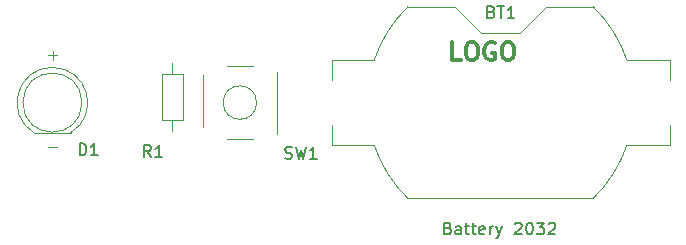
<source format=gbr>
%TF.GenerationSoftware,KiCad,Pcbnew,9.0.2-9.0.2-0~ubuntu24.04.1*%
%TF.CreationDate,2025-07-05T20:41:48+02:00*%
%TF.ProjectId,LED_torch,4c45445f-746f-4726-9368-2e6b69636164,0.1*%
%TF.SameCoordinates,Original*%
%TF.FileFunction,Legend,Top*%
%TF.FilePolarity,Positive*%
%FSLAX46Y46*%
G04 Gerber Fmt 4.6, Leading zero omitted, Abs format (unit mm)*
G04 Created by KiCad (PCBNEW 9.0.2-9.0.2-0~ubuntu24.04.1) date 2025-07-05 20:41:48*
%MOMM*%
%LPD*%
G01*
G04 APERTURE LIST*
%ADD10C,0.100000*%
%ADD11C,0.150000*%
%ADD12C,0.300000*%
%ADD13C,0.120000*%
%ADD14R,2.540000X3.510000*%
%ADD15R,1.800000X1.800000*%
%ADD16C,1.800000*%
%ADD17R,1.700000X1.700000*%
%ADD18C,1.700000*%
%ADD19C,1.400000*%
G04 APERTURE END LIST*
D10*
X58689837Y-140791466D02*
X59451742Y-140791466D01*
X58689837Y-132991466D02*
X59451742Y-132991466D01*
X59070789Y-133372419D02*
X59070789Y-132610514D01*
D11*
X96214285Y-129311009D02*
X96357142Y-129358628D01*
X96357142Y-129358628D02*
X96404761Y-129406247D01*
X96404761Y-129406247D02*
X96452380Y-129501485D01*
X96452380Y-129501485D02*
X96452380Y-129644342D01*
X96452380Y-129644342D02*
X96404761Y-129739580D01*
X96404761Y-129739580D02*
X96357142Y-129787200D01*
X96357142Y-129787200D02*
X96261904Y-129834819D01*
X96261904Y-129834819D02*
X95880952Y-129834819D01*
X95880952Y-129834819D02*
X95880952Y-128834819D01*
X95880952Y-128834819D02*
X96214285Y-128834819D01*
X96214285Y-128834819D02*
X96309523Y-128882438D01*
X96309523Y-128882438D02*
X96357142Y-128930057D01*
X96357142Y-128930057D02*
X96404761Y-129025295D01*
X96404761Y-129025295D02*
X96404761Y-129120533D01*
X96404761Y-129120533D02*
X96357142Y-129215771D01*
X96357142Y-129215771D02*
X96309523Y-129263390D01*
X96309523Y-129263390D02*
X96214285Y-129311009D01*
X96214285Y-129311009D02*
X95880952Y-129311009D01*
X96738095Y-128834819D02*
X97309523Y-128834819D01*
X97023809Y-129834819D02*
X97023809Y-128834819D01*
X98166666Y-129834819D02*
X97595238Y-129834819D01*
X97880952Y-129834819D02*
X97880952Y-128834819D01*
X97880952Y-128834819D02*
X97785714Y-128977676D01*
X97785714Y-128977676D02*
X97690476Y-129072914D01*
X97690476Y-129072914D02*
X97595238Y-129120533D01*
X92542856Y-147631009D02*
X92685713Y-147678628D01*
X92685713Y-147678628D02*
X92733332Y-147726247D01*
X92733332Y-147726247D02*
X92780951Y-147821485D01*
X92780951Y-147821485D02*
X92780951Y-147964342D01*
X92780951Y-147964342D02*
X92733332Y-148059580D01*
X92733332Y-148059580D02*
X92685713Y-148107200D01*
X92685713Y-148107200D02*
X92590475Y-148154819D01*
X92590475Y-148154819D02*
X92209523Y-148154819D01*
X92209523Y-148154819D02*
X92209523Y-147154819D01*
X92209523Y-147154819D02*
X92542856Y-147154819D01*
X92542856Y-147154819D02*
X92638094Y-147202438D01*
X92638094Y-147202438D02*
X92685713Y-147250057D01*
X92685713Y-147250057D02*
X92733332Y-147345295D01*
X92733332Y-147345295D02*
X92733332Y-147440533D01*
X92733332Y-147440533D02*
X92685713Y-147535771D01*
X92685713Y-147535771D02*
X92638094Y-147583390D01*
X92638094Y-147583390D02*
X92542856Y-147631009D01*
X92542856Y-147631009D02*
X92209523Y-147631009D01*
X93638094Y-148154819D02*
X93638094Y-147631009D01*
X93638094Y-147631009D02*
X93590475Y-147535771D01*
X93590475Y-147535771D02*
X93495237Y-147488152D01*
X93495237Y-147488152D02*
X93304761Y-147488152D01*
X93304761Y-147488152D02*
X93209523Y-147535771D01*
X93638094Y-148107200D02*
X93542856Y-148154819D01*
X93542856Y-148154819D02*
X93304761Y-148154819D01*
X93304761Y-148154819D02*
X93209523Y-148107200D01*
X93209523Y-148107200D02*
X93161904Y-148011961D01*
X93161904Y-148011961D02*
X93161904Y-147916723D01*
X93161904Y-147916723D02*
X93209523Y-147821485D01*
X93209523Y-147821485D02*
X93304761Y-147773866D01*
X93304761Y-147773866D02*
X93542856Y-147773866D01*
X93542856Y-147773866D02*
X93638094Y-147726247D01*
X93971428Y-147488152D02*
X94352380Y-147488152D01*
X94114285Y-147154819D02*
X94114285Y-148011961D01*
X94114285Y-148011961D02*
X94161904Y-148107200D01*
X94161904Y-148107200D02*
X94257142Y-148154819D01*
X94257142Y-148154819D02*
X94352380Y-148154819D01*
X94542857Y-147488152D02*
X94923809Y-147488152D01*
X94685714Y-147154819D02*
X94685714Y-148011961D01*
X94685714Y-148011961D02*
X94733333Y-148107200D01*
X94733333Y-148107200D02*
X94828571Y-148154819D01*
X94828571Y-148154819D02*
X94923809Y-148154819D01*
X95638095Y-148107200D02*
X95542857Y-148154819D01*
X95542857Y-148154819D02*
X95352381Y-148154819D01*
X95352381Y-148154819D02*
X95257143Y-148107200D01*
X95257143Y-148107200D02*
X95209524Y-148011961D01*
X95209524Y-148011961D02*
X95209524Y-147631009D01*
X95209524Y-147631009D02*
X95257143Y-147535771D01*
X95257143Y-147535771D02*
X95352381Y-147488152D01*
X95352381Y-147488152D02*
X95542857Y-147488152D01*
X95542857Y-147488152D02*
X95638095Y-147535771D01*
X95638095Y-147535771D02*
X95685714Y-147631009D01*
X95685714Y-147631009D02*
X95685714Y-147726247D01*
X95685714Y-147726247D02*
X95209524Y-147821485D01*
X96114286Y-148154819D02*
X96114286Y-147488152D01*
X96114286Y-147678628D02*
X96161905Y-147583390D01*
X96161905Y-147583390D02*
X96209524Y-147535771D01*
X96209524Y-147535771D02*
X96304762Y-147488152D01*
X96304762Y-147488152D02*
X96400000Y-147488152D01*
X96638096Y-147488152D02*
X96876191Y-148154819D01*
X97114286Y-147488152D02*
X96876191Y-148154819D01*
X96876191Y-148154819D02*
X96780953Y-148392914D01*
X96780953Y-148392914D02*
X96733334Y-148440533D01*
X96733334Y-148440533D02*
X96638096Y-148488152D01*
X98209525Y-147250057D02*
X98257144Y-147202438D01*
X98257144Y-147202438D02*
X98352382Y-147154819D01*
X98352382Y-147154819D02*
X98590477Y-147154819D01*
X98590477Y-147154819D02*
X98685715Y-147202438D01*
X98685715Y-147202438D02*
X98733334Y-147250057D01*
X98733334Y-147250057D02*
X98780953Y-147345295D01*
X98780953Y-147345295D02*
X98780953Y-147440533D01*
X98780953Y-147440533D02*
X98733334Y-147583390D01*
X98733334Y-147583390D02*
X98161906Y-148154819D01*
X98161906Y-148154819D02*
X98780953Y-148154819D01*
X99400001Y-147154819D02*
X99495239Y-147154819D01*
X99495239Y-147154819D02*
X99590477Y-147202438D01*
X99590477Y-147202438D02*
X99638096Y-147250057D01*
X99638096Y-147250057D02*
X99685715Y-147345295D01*
X99685715Y-147345295D02*
X99733334Y-147535771D01*
X99733334Y-147535771D02*
X99733334Y-147773866D01*
X99733334Y-147773866D02*
X99685715Y-147964342D01*
X99685715Y-147964342D02*
X99638096Y-148059580D01*
X99638096Y-148059580D02*
X99590477Y-148107200D01*
X99590477Y-148107200D02*
X99495239Y-148154819D01*
X99495239Y-148154819D02*
X99400001Y-148154819D01*
X99400001Y-148154819D02*
X99304763Y-148107200D01*
X99304763Y-148107200D02*
X99257144Y-148059580D01*
X99257144Y-148059580D02*
X99209525Y-147964342D01*
X99209525Y-147964342D02*
X99161906Y-147773866D01*
X99161906Y-147773866D02*
X99161906Y-147535771D01*
X99161906Y-147535771D02*
X99209525Y-147345295D01*
X99209525Y-147345295D02*
X99257144Y-147250057D01*
X99257144Y-147250057D02*
X99304763Y-147202438D01*
X99304763Y-147202438D02*
X99400001Y-147154819D01*
X100066668Y-147154819D02*
X100685715Y-147154819D01*
X100685715Y-147154819D02*
X100352382Y-147535771D01*
X100352382Y-147535771D02*
X100495239Y-147535771D01*
X100495239Y-147535771D02*
X100590477Y-147583390D01*
X100590477Y-147583390D02*
X100638096Y-147631009D01*
X100638096Y-147631009D02*
X100685715Y-147726247D01*
X100685715Y-147726247D02*
X100685715Y-147964342D01*
X100685715Y-147964342D02*
X100638096Y-148059580D01*
X100638096Y-148059580D02*
X100590477Y-148107200D01*
X100590477Y-148107200D02*
X100495239Y-148154819D01*
X100495239Y-148154819D02*
X100209525Y-148154819D01*
X100209525Y-148154819D02*
X100114287Y-148107200D01*
X100114287Y-148107200D02*
X100066668Y-148059580D01*
X101066668Y-147250057D02*
X101114287Y-147202438D01*
X101114287Y-147202438D02*
X101209525Y-147154819D01*
X101209525Y-147154819D02*
X101447620Y-147154819D01*
X101447620Y-147154819D02*
X101542858Y-147202438D01*
X101542858Y-147202438D02*
X101590477Y-147250057D01*
X101590477Y-147250057D02*
X101638096Y-147345295D01*
X101638096Y-147345295D02*
X101638096Y-147440533D01*
X101638096Y-147440533D02*
X101590477Y-147583390D01*
X101590477Y-147583390D02*
X101019049Y-148154819D01*
X101019049Y-148154819D02*
X101638096Y-148154819D01*
X61361905Y-141454819D02*
X61361905Y-140454819D01*
X61361905Y-140454819D02*
X61600000Y-140454819D01*
X61600000Y-140454819D02*
X61742857Y-140502438D01*
X61742857Y-140502438D02*
X61838095Y-140597676D01*
X61838095Y-140597676D02*
X61885714Y-140692914D01*
X61885714Y-140692914D02*
X61933333Y-140883390D01*
X61933333Y-140883390D02*
X61933333Y-141026247D01*
X61933333Y-141026247D02*
X61885714Y-141216723D01*
X61885714Y-141216723D02*
X61838095Y-141311961D01*
X61838095Y-141311961D02*
X61742857Y-141407200D01*
X61742857Y-141407200D02*
X61600000Y-141454819D01*
X61600000Y-141454819D02*
X61361905Y-141454819D01*
X62885714Y-141454819D02*
X62314286Y-141454819D01*
X62600000Y-141454819D02*
X62600000Y-140454819D01*
X62600000Y-140454819D02*
X62504762Y-140597676D01*
X62504762Y-140597676D02*
X62409524Y-140692914D01*
X62409524Y-140692914D02*
X62314286Y-140740533D01*
X78766667Y-141707200D02*
X78909524Y-141754819D01*
X78909524Y-141754819D02*
X79147619Y-141754819D01*
X79147619Y-141754819D02*
X79242857Y-141707200D01*
X79242857Y-141707200D02*
X79290476Y-141659580D01*
X79290476Y-141659580D02*
X79338095Y-141564342D01*
X79338095Y-141564342D02*
X79338095Y-141469104D01*
X79338095Y-141469104D02*
X79290476Y-141373866D01*
X79290476Y-141373866D02*
X79242857Y-141326247D01*
X79242857Y-141326247D02*
X79147619Y-141278628D01*
X79147619Y-141278628D02*
X78957143Y-141231009D01*
X78957143Y-141231009D02*
X78861905Y-141183390D01*
X78861905Y-141183390D02*
X78814286Y-141135771D01*
X78814286Y-141135771D02*
X78766667Y-141040533D01*
X78766667Y-141040533D02*
X78766667Y-140945295D01*
X78766667Y-140945295D02*
X78814286Y-140850057D01*
X78814286Y-140850057D02*
X78861905Y-140802438D01*
X78861905Y-140802438D02*
X78957143Y-140754819D01*
X78957143Y-140754819D02*
X79195238Y-140754819D01*
X79195238Y-140754819D02*
X79338095Y-140802438D01*
X79671429Y-140754819D02*
X79909524Y-141754819D01*
X79909524Y-141754819D02*
X80100000Y-141040533D01*
X80100000Y-141040533D02*
X80290476Y-141754819D01*
X80290476Y-141754819D02*
X80528572Y-140754819D01*
X81433333Y-141754819D02*
X80861905Y-141754819D01*
X81147619Y-141754819D02*
X81147619Y-140754819D01*
X81147619Y-140754819D02*
X81052381Y-140897676D01*
X81052381Y-140897676D02*
X80957143Y-140992914D01*
X80957143Y-140992914D02*
X80861905Y-141040533D01*
X67403333Y-141604819D02*
X67070000Y-141128628D01*
X66831905Y-141604819D02*
X66831905Y-140604819D01*
X66831905Y-140604819D02*
X67212857Y-140604819D01*
X67212857Y-140604819D02*
X67308095Y-140652438D01*
X67308095Y-140652438D02*
X67355714Y-140700057D01*
X67355714Y-140700057D02*
X67403333Y-140795295D01*
X67403333Y-140795295D02*
X67403333Y-140938152D01*
X67403333Y-140938152D02*
X67355714Y-141033390D01*
X67355714Y-141033390D02*
X67308095Y-141081009D01*
X67308095Y-141081009D02*
X67212857Y-141128628D01*
X67212857Y-141128628D02*
X66831905Y-141128628D01*
X68355714Y-141604819D02*
X67784286Y-141604819D01*
X68070000Y-141604819D02*
X68070000Y-140604819D01*
X68070000Y-140604819D02*
X67974762Y-140747676D01*
X67974762Y-140747676D02*
X67879524Y-140842914D01*
X67879524Y-140842914D02*
X67784286Y-140890533D01*
D12*
X93638685Y-133413699D02*
X92924399Y-133413699D01*
X92924399Y-133413699D02*
X92924399Y-131913699D01*
X94424400Y-131913699D02*
X94710114Y-131913699D01*
X94710114Y-131913699D02*
X94852971Y-131985128D01*
X94852971Y-131985128D02*
X94995828Y-132127985D01*
X94995828Y-132127985D02*
X95067257Y-132413699D01*
X95067257Y-132413699D02*
X95067257Y-132913699D01*
X95067257Y-132913699D02*
X94995828Y-133199413D01*
X94995828Y-133199413D02*
X94852971Y-133342271D01*
X94852971Y-133342271D02*
X94710114Y-133413699D01*
X94710114Y-133413699D02*
X94424400Y-133413699D01*
X94424400Y-133413699D02*
X94281543Y-133342271D01*
X94281543Y-133342271D02*
X94138685Y-133199413D01*
X94138685Y-133199413D02*
X94067257Y-132913699D01*
X94067257Y-132913699D02*
X94067257Y-132413699D01*
X94067257Y-132413699D02*
X94138685Y-132127985D01*
X94138685Y-132127985D02*
X94281543Y-131985128D01*
X94281543Y-131985128D02*
X94424400Y-131913699D01*
X96495829Y-131985128D02*
X96352972Y-131913699D01*
X96352972Y-131913699D02*
X96138686Y-131913699D01*
X96138686Y-131913699D02*
X95924400Y-131985128D01*
X95924400Y-131985128D02*
X95781543Y-132127985D01*
X95781543Y-132127985D02*
X95710114Y-132270842D01*
X95710114Y-132270842D02*
X95638686Y-132556556D01*
X95638686Y-132556556D02*
X95638686Y-132770842D01*
X95638686Y-132770842D02*
X95710114Y-133056556D01*
X95710114Y-133056556D02*
X95781543Y-133199413D01*
X95781543Y-133199413D02*
X95924400Y-133342271D01*
X95924400Y-133342271D02*
X96138686Y-133413699D01*
X96138686Y-133413699D02*
X96281543Y-133413699D01*
X96281543Y-133413699D02*
X96495829Y-133342271D01*
X96495829Y-133342271D02*
X96567257Y-133270842D01*
X96567257Y-133270842D02*
X96567257Y-132770842D01*
X96567257Y-132770842D02*
X96281543Y-132770842D01*
X97495829Y-131913699D02*
X97781543Y-131913699D01*
X97781543Y-131913699D02*
X97924400Y-131985128D01*
X97924400Y-131985128D02*
X98067257Y-132127985D01*
X98067257Y-132127985D02*
X98138686Y-132413699D01*
X98138686Y-132413699D02*
X98138686Y-132913699D01*
X98138686Y-132913699D02*
X98067257Y-133199413D01*
X98067257Y-133199413D02*
X97924400Y-133342271D01*
X97924400Y-133342271D02*
X97781543Y-133413699D01*
X97781543Y-133413699D02*
X97495829Y-133413699D01*
X97495829Y-133413699D02*
X97352972Y-133342271D01*
X97352972Y-133342271D02*
X97210114Y-133199413D01*
X97210114Y-133199413D02*
X97138686Y-132913699D01*
X97138686Y-132913699D02*
X97138686Y-132413699D01*
X97138686Y-132413699D02*
X97210114Y-132127985D01*
X97210114Y-132127985D02*
X97352972Y-131985128D01*
X97352972Y-131985128D02*
X97495829Y-131913699D01*
D13*
%TO.C,BT1*%
X82690000Y-133390000D02*
X86308000Y-133390000D01*
X82690000Y-135100000D02*
X82690000Y-133390000D01*
X82690000Y-138900000D02*
X82690000Y-140610000D01*
X86308000Y-140610000D02*
X82690000Y-140610000D01*
X89152700Y-128890000D02*
X93140000Y-128890000D01*
X95340000Y-131090000D02*
X93140000Y-128890000D01*
X95340000Y-131090000D02*
X98660000Y-131090000D01*
X98660000Y-131090000D02*
X100860000Y-128890000D01*
X100860000Y-128890000D02*
X104847300Y-128890000D01*
X104847300Y-145110000D02*
X89152700Y-145110000D01*
X107692000Y-133390000D02*
X111310000Y-133390000D01*
X111310000Y-135100000D02*
X111310000Y-133390000D01*
X111310000Y-138900000D02*
X111310000Y-140610000D01*
X111310000Y-140610000D02*
X107692000Y-140610000D01*
X86308000Y-133390000D02*
G75*
G02*
X89154629Y-128888211I10692020J-3610012D01*
G01*
X89154629Y-145111789D02*
G75*
G02*
X86308000Y-140610000I7845371J8111789D01*
G01*
X104845371Y-128888211D02*
G75*
G02*
X107692000Y-133390000I-7845366J-8111785D01*
G01*
X107692000Y-140610000D02*
G75*
G02*
X104845372Y-145111790I-10692020J3610010D01*
G01*
%TO.C,D1*%
X57510000Y-139565000D02*
X60600000Y-139565000D01*
X57510170Y-139565000D02*
G75*
G02*
X59055000Y-134015000I1544830J2560000D01*
G01*
X59055000Y-134015000D02*
G75*
G02*
X60599830Y-139565000I0J-2990000D01*
G01*
X61555000Y-137005000D02*
G75*
G02*
X56555000Y-137005000I-2500000J0D01*
G01*
X56555000Y-137005000D02*
G75*
G02*
X61555000Y-137005000I2500000J0D01*
G01*
%TO.C,SW1*%
X71810000Y-139050000D02*
X71810000Y-134650000D01*
X73880000Y-133880000D02*
X76080000Y-133880000D01*
X76080000Y-140120000D02*
X73880000Y-140120000D01*
X78050000Y-139650000D02*
X78050000Y-134450000D01*
X76344214Y-137000000D02*
G75*
G02*
X73515786Y-137000000I-1414214J0D01*
G01*
X73515786Y-137000000D02*
G75*
G02*
X76344214Y-137000000I1414214J0D01*
G01*
%TO.C,R1*%
X69215000Y-133655000D02*
X69215000Y-134605000D01*
X69215000Y-139395000D02*
X69215000Y-138445000D01*
X70135000Y-134605000D02*
X68295000Y-134605000D01*
X68295000Y-138445000D01*
X70135000Y-138445000D01*
X70135000Y-134605000D01*
%TD*%
%LPC*%
D14*
%TO.C,BT1*%
X111680000Y-137000000D03*
X82320000Y-137000000D03*
%TD*%
D15*
%TO.C,D1*%
X59055000Y-138275000D03*
D16*
X59055000Y-135735000D03*
%TD*%
D17*
%TO.C,SW1*%
X72680000Y-140250000D03*
D18*
X72680000Y-133750000D03*
X77180000Y-140250000D03*
X77180000Y-133750000D03*
%TD*%
D19*
%TO.C,R1*%
X69215000Y-132715000D03*
X69215000Y-140335000D03*
%TD*%
%LPD*%
M02*

</source>
